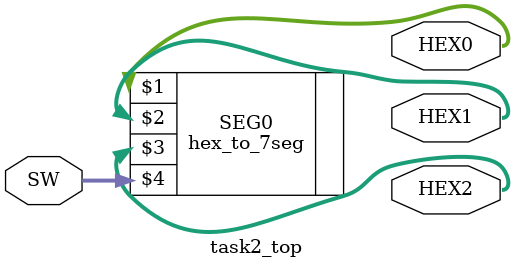
<source format=v>
module task2_top (SW, HEX0, HEX1, HEX2);
	
	input [9:0] SW;
	output [6:0] HEX0;
	output [6:0] HEX1;
	output [6:0] HEX2;
	
	hex_to_7seg SEG0 (HEX0, HEX1, HEX2, SW[9:0]);

endmodule
</source>
